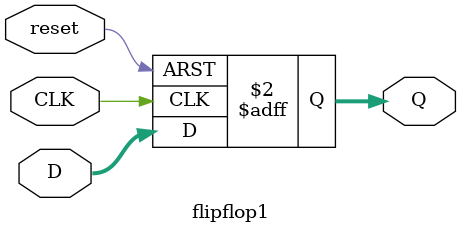
<source format=v>

module flipflop1(input wire CLK,reset, input wire [3:0]D, output reg [3:0]Q);

always @ (posedge CLK, posedge reset) begin
	if(reset) begin
		Q <= 4'b0;
	end
	else	
		Q <= D;
end


endmodule
</source>
